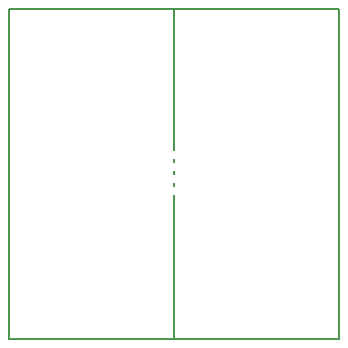
<source format=gbr>
%TF.GenerationSoftware,KiCad,Pcbnew,4.0.1+dfsg1-stable*%
%TF.CreationDate,2016-02-24T22:56:22+01:00*%
%TF.ProjectId,iotad,696F7461642E6B696361645F70636200,rev?*%
%TF.FileFunction,Profile,NP*%
%FSLAX46Y46*%
G04 Gerber Fmt 4.6, Leading zero omitted, Abs format (unit mm)*
G04 Created by KiCad (PCBNEW 4.0.1+dfsg1-stable) date Wed 24 Feb 2016 10:56:22 PM CET*
%MOMM*%
G01*
G04 APERTURE LIST*
%ADD10C,0.100000*%
%ADD11C,0.150000*%
G04 APERTURE END LIST*
D10*
D11*
X151130000Y-116332000D02*
X151130000Y-116586000D01*
X151130000Y-115316000D02*
X151130000Y-115570000D01*
X151130000Y-114300000D02*
X151130000Y-114554000D01*
X151130000Y-113538000D02*
X151130000Y-101600000D01*
X151130000Y-129540000D02*
X151130000Y-117348000D01*
X165100000Y-101600000D02*
X165100000Y-129540000D01*
X137160000Y-129540000D02*
X165100000Y-129540000D01*
X137160000Y-101600000D02*
X137160000Y-129540000D01*
X137160000Y-101600000D02*
X165100000Y-101600000D01*
M02*

</source>
